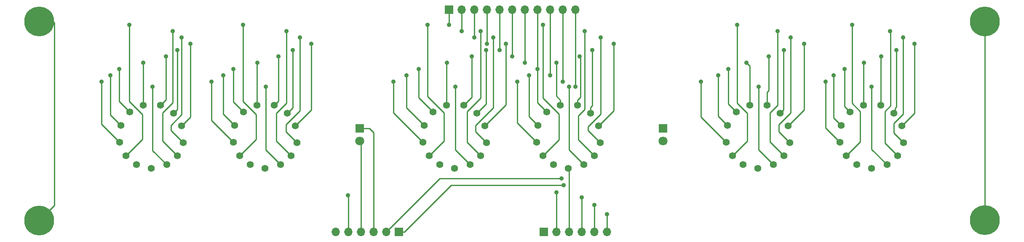
<source format=gtl>
G04 #@! TF.FileFunction,Copper,L1,Top,Signal*
%FSLAX46Y46*%
G04 Gerber Fmt 4.6, Leading zero omitted, Abs format (unit mm)*
G04 Created by KiCad (PCBNEW 4.0.5) date Tuesday, October 10, 2017 'PMt' 05:41:59 PM*
%MOMM*%
%LPD*%
G01*
G04 APERTURE LIST*
%ADD10C,0.100000*%
%ADD11C,6.000000*%
%ADD12R,1.700000X1.700000*%
%ADD13O,1.700000X1.700000*%
%ADD14R,1.800000X1.800000*%
%ADD15C,1.800000*%
%ADD16C,1.408000*%
%ADD17C,0.889000*%
%ADD18C,0.254000*%
G04 APERTURE END LIST*
D10*
D11*
X257886200Y-67208400D03*
X67868800Y-67259200D03*
X67868800Y-107264200D03*
D12*
X150190200Y-64897000D03*
D13*
X152730200Y-64897000D03*
X155270200Y-64897000D03*
X157810200Y-64897000D03*
X160350200Y-64897000D03*
X162890200Y-64897000D03*
X165430200Y-64897000D03*
X167970200Y-64897000D03*
X170510200Y-64897000D03*
X173050200Y-64897000D03*
X175590200Y-64897000D03*
D12*
X169291000Y-109601000D03*
D13*
X171831000Y-109601000D03*
X174371000Y-109601000D03*
X176911000Y-109601000D03*
X179451000Y-109601000D03*
X181991000Y-109601000D03*
D12*
X140144500Y-109601000D03*
D13*
X137604500Y-109601000D03*
X135064500Y-109601000D03*
X132524500Y-109601000D03*
X129984500Y-109601000D03*
X127444500Y-109601000D03*
D14*
X132283200Y-88773000D03*
D15*
X132283200Y-91313000D03*
D14*
X193243200Y-88773000D03*
D15*
X193243200Y-91313000D03*
D16*
X230805200Y-85451000D03*
X233532200Y-84054000D03*
X228803200Y-91567000D03*
X229033200Y-88143000D03*
X239622200Y-85703000D03*
X241242200Y-88234000D03*
X235153200Y-96774000D03*
X240385200Y-94270000D03*
X241546200Y-91604000D03*
X230073200Y-94234000D03*
X238257200Y-96049000D03*
X236975200Y-84084000D03*
X232175200Y-96022000D03*
X207945200Y-85451000D03*
X210672200Y-84054000D03*
X205943200Y-91567000D03*
X206173200Y-88143000D03*
X216762200Y-85703000D03*
X218382200Y-88234000D03*
X212293200Y-96774000D03*
X217525200Y-94270000D03*
X218686200Y-91604000D03*
X207213200Y-94234000D03*
X215397200Y-96049000D03*
X214115200Y-84084000D03*
X209315200Y-96022000D03*
X169845200Y-85451000D03*
X172572200Y-84054000D03*
X167843200Y-91567000D03*
X168073200Y-88143000D03*
X178662200Y-85703000D03*
X180282200Y-88234000D03*
X174193200Y-96774000D03*
X179425200Y-94270000D03*
X180586200Y-91604000D03*
X169113200Y-94234000D03*
X177297200Y-96049000D03*
X176015200Y-84084000D03*
X171215200Y-96022000D03*
X146985200Y-85451000D03*
X149712200Y-84054000D03*
X144983200Y-91567000D03*
X145213200Y-88143000D03*
X155802200Y-85703000D03*
X157422200Y-88234000D03*
X151333200Y-96774000D03*
X156565200Y-94270000D03*
X157726200Y-91604000D03*
X146253200Y-94234000D03*
X154437200Y-96049000D03*
X153155200Y-84084000D03*
X148355200Y-96022000D03*
X108885200Y-85451000D03*
X111612200Y-84054000D03*
X106883200Y-91567000D03*
X107113200Y-88143000D03*
X117702200Y-85703000D03*
X119322200Y-88234000D03*
X113233200Y-96774000D03*
X118465200Y-94270000D03*
X119626200Y-91604000D03*
X108153200Y-94234000D03*
X116337200Y-96049000D03*
X115055200Y-84084000D03*
X110255200Y-96022000D03*
X86025200Y-85451000D03*
X88752200Y-84054000D03*
X84023200Y-91567000D03*
X84253200Y-88143000D03*
X94842200Y-85703000D03*
X96462200Y-88234000D03*
X90373200Y-96774000D03*
X95605200Y-94270000D03*
X96766200Y-91604000D03*
X85293200Y-94234000D03*
X93477200Y-96049000D03*
X92195200Y-84084000D03*
X87395200Y-96022000D03*
D11*
X257886200Y-107213400D03*
D17*
X150190200Y-67945000D03*
X208102200Y-67945000D03*
X169113200Y-67945000D03*
X145872200Y-67945000D03*
X108788200Y-67945000D03*
X231216200Y-67945000D03*
X85928200Y-67945000D03*
X152730200Y-69215000D03*
X238836200Y-69215000D03*
X216230200Y-69215000D03*
X177495200Y-69215000D03*
X156540200Y-69215000D03*
X117551200Y-69215000D03*
X94691200Y-69215000D03*
X155270200Y-70485000D03*
X241503200Y-70485000D03*
X218897200Y-70485000D03*
X180670200Y-70485000D03*
X159080200Y-70485000D03*
X120218200Y-70485000D03*
X96469200Y-70485000D03*
X157810200Y-71755000D03*
X243789200Y-71755000D03*
X221564200Y-71755000D03*
X183337200Y-71755000D03*
X161620200Y-71755000D03*
X122504200Y-71755000D03*
X98247200Y-71755000D03*
X160350200Y-73025000D03*
X240106200Y-73025000D03*
X217500200Y-73025000D03*
X179019200Y-73025000D03*
X157683200Y-73025000D03*
X118821200Y-73025000D03*
X95580200Y-73025000D03*
X162890200Y-74295000D03*
X237058200Y-74295000D03*
X214452200Y-74295000D03*
X176479200Y-74295000D03*
X154762200Y-74295000D03*
X115900200Y-74295000D03*
X93294200Y-74295000D03*
X165430200Y-75565000D03*
X233629200Y-75565000D03*
X210007200Y-75565000D03*
X171780200Y-75565000D03*
X149809200Y-75565000D03*
X111709200Y-75565000D03*
X88722200Y-75565000D03*
X229692200Y-76835000D03*
X206324200Y-76835000D03*
X144094200Y-76835000D03*
X106883200Y-76835000D03*
X83896200Y-76835000D03*
X167970200Y-76835000D03*
X170510200Y-78105000D03*
X227533200Y-78105000D03*
X204292200Y-78105000D03*
X166319200Y-78105000D03*
X141681200Y-78105000D03*
X104851200Y-78105000D03*
X82118200Y-78105000D03*
X173050200Y-79375000D03*
X200863200Y-79375000D03*
X163906200Y-79375000D03*
X139014200Y-79375000D03*
X102438200Y-79375000D03*
X225882200Y-79375000D03*
X80340200Y-79375000D03*
X113360200Y-80391000D03*
X151460200Y-80391000D03*
X174320200Y-80391000D03*
X212420200Y-80391000D03*
X235153200Y-80391000D03*
X90627200Y-80391000D03*
X175590200Y-80391000D03*
X171831000Y-101600000D03*
X176911000Y-102616000D03*
X179451000Y-104140000D03*
X181991000Y-106045000D03*
X173228000Y-100203000D03*
X172847000Y-98806000D03*
X129921000Y-102235000D03*
D18*
X150190200Y-64897000D02*
X150190200Y-67945000D01*
X108788200Y-83312000D02*
X108788200Y-67945000D01*
X111455200Y-85979000D02*
X108788200Y-83312000D01*
X111455200Y-90932000D02*
X111455200Y-85979000D01*
X108153200Y-94234000D02*
X111455200Y-90932000D01*
X208102200Y-83693000D02*
X208102200Y-67945000D01*
X169113200Y-74676000D02*
X169113200Y-67945000D01*
X169113200Y-82677000D02*
X169113200Y-74676000D01*
X145872200Y-75057000D02*
X145872200Y-67945000D01*
X145872200Y-82296000D02*
X145872200Y-75057000D01*
X231216200Y-83693000D02*
X231216200Y-67945000D01*
X232867200Y-85344000D02*
X231216200Y-83693000D01*
X232867200Y-91440000D02*
X232867200Y-85344000D01*
X230073200Y-94234000D02*
X232867200Y-91440000D01*
X210134200Y-85725000D02*
X208102200Y-83693000D01*
X210134200Y-91313000D02*
X210134200Y-85725000D01*
X207213200Y-94234000D02*
X210134200Y-91313000D01*
X172288200Y-85852000D02*
X169113200Y-82677000D01*
X172288200Y-91059000D02*
X172288200Y-85852000D01*
X169113200Y-94234000D02*
X172288200Y-91059000D01*
X149174200Y-85598000D02*
X145872200Y-82296000D01*
X149174200Y-91313000D02*
X149174200Y-85598000D01*
X146253200Y-94234000D02*
X149174200Y-91313000D01*
X85928200Y-83312000D02*
X85928200Y-67945000D01*
X88595200Y-85979000D02*
X85928200Y-83312000D01*
X88595200Y-90932000D02*
X88595200Y-85979000D01*
X87579200Y-91948000D02*
X88595200Y-90932000D01*
X85293200Y-94234000D02*
X87579200Y-91948000D01*
X152730200Y-64897000D02*
X152730200Y-69215000D01*
X238963200Y-84201000D02*
X238963200Y-69342000D01*
X238963200Y-69342000D02*
X238836200Y-69215000D01*
X237820200Y-85344000D02*
X238963200Y-84201000D01*
X237820200Y-91705000D02*
X237820200Y-85344000D01*
X240385200Y-94270000D02*
X237820200Y-91705000D01*
X216230200Y-84074000D02*
X216230200Y-69215000D01*
X214706200Y-85598000D02*
X216230200Y-84074000D01*
X214706200Y-91451000D02*
X214706200Y-85598000D01*
X217525200Y-94270000D02*
X214706200Y-91451000D01*
X177495200Y-84963000D02*
X177495200Y-69215000D01*
X176225200Y-86233000D02*
X177495200Y-84963000D01*
X176225200Y-91070000D02*
X176225200Y-86233000D01*
X179425200Y-94270000D02*
X176225200Y-91070000D01*
X153873200Y-85344000D02*
X156540200Y-82677000D01*
X156540200Y-82677000D02*
X156540200Y-69215000D01*
X153873200Y-91578000D02*
X153873200Y-85344000D01*
X156565200Y-94270000D02*
X153873200Y-91578000D01*
X115519200Y-85725000D02*
X117551200Y-83693000D01*
X117551200Y-83693000D02*
X117551200Y-69215000D01*
X115519200Y-91324000D02*
X115519200Y-85725000D01*
X118465200Y-94270000D02*
X115519200Y-91324000D01*
X94691200Y-78232000D02*
X94691200Y-69215000D01*
X94691200Y-83566000D02*
X94691200Y-78232000D01*
X92659200Y-85598000D02*
X94691200Y-83566000D01*
X92659200Y-91324000D02*
X92659200Y-85598000D01*
X93548200Y-92213000D02*
X92659200Y-91324000D01*
X95605200Y-94270000D02*
X93548200Y-92213000D01*
X155270200Y-64897000D02*
X155270200Y-70485000D01*
X241249200Y-86106000D02*
X241503200Y-85852000D01*
X241503200Y-85852000D02*
X241503200Y-70485000D01*
X239598200Y-87757000D02*
X241249200Y-86106000D01*
X239598200Y-89656000D02*
X239598200Y-87757000D01*
X241546200Y-91604000D02*
X239598200Y-89656000D01*
X216484200Y-88011000D02*
X218897200Y-85598000D01*
X218897200Y-85598000D02*
X218897200Y-70485000D01*
X216484200Y-89402000D02*
X216484200Y-88011000D01*
X218686200Y-91604000D02*
X216484200Y-89402000D01*
X180670200Y-85852000D02*
X180670200Y-70485000D01*
X178130200Y-88392000D02*
X180670200Y-85852000D01*
X178130200Y-89148000D02*
X178130200Y-88392000D01*
X180586200Y-91604000D02*
X178130200Y-89148000D01*
X159080200Y-84582000D02*
X159080200Y-70485000D01*
X158064200Y-85598000D02*
X159080200Y-84582000D01*
X155524200Y-88138000D02*
X158064200Y-85598000D01*
X155524200Y-89402000D02*
X155524200Y-88138000D01*
X157726200Y-91604000D02*
X155524200Y-89402000D01*
X120218200Y-85217000D02*
X120218200Y-70485000D01*
X117424200Y-88011000D02*
X120218200Y-85217000D01*
X117424200Y-89402000D02*
X117424200Y-88011000D01*
X119626200Y-91604000D02*
X117424200Y-89402000D01*
X96469200Y-73279000D02*
X96469200Y-70485000D01*
X96469200Y-85979000D02*
X96469200Y-73279000D01*
X94310200Y-88138000D02*
X96469200Y-85979000D01*
X94310200Y-89148000D02*
X94310200Y-88138000D01*
X96766200Y-91604000D02*
X94310200Y-89148000D01*
X157810200Y-64897000D02*
X157810200Y-71755000D01*
X243789200Y-85687000D02*
X243789200Y-71755000D01*
X241242200Y-88234000D02*
X243789200Y-85687000D01*
X221564200Y-85052000D02*
X221564200Y-71755000D01*
X218382200Y-88234000D02*
X221564200Y-85052000D01*
X183337200Y-85179000D02*
X183337200Y-71755000D01*
X180282200Y-88234000D02*
X183337200Y-85179000D01*
X161620200Y-84036000D02*
X161620200Y-71755000D01*
X157422200Y-88234000D02*
X161620200Y-84036000D01*
X122504200Y-85052000D02*
X122504200Y-71755000D01*
X119322200Y-88234000D02*
X122504200Y-85052000D01*
X98247200Y-86449000D02*
X98247200Y-71755000D01*
X96462200Y-88234000D02*
X98247200Y-86449000D01*
X160350200Y-64897000D02*
X160350200Y-73025000D01*
X240106200Y-84455000D02*
X240106200Y-73025000D01*
X239852200Y-84709000D02*
X240106200Y-84455000D01*
X239852200Y-85473000D02*
X239852200Y-84709000D01*
X239622200Y-85703000D02*
X239852200Y-85473000D01*
X216762200Y-85703000D02*
X217466199Y-84999001D01*
X217466199Y-84999001D02*
X217466199Y-73059001D01*
X217466199Y-73059001D02*
X217500200Y-73025000D01*
X179019200Y-84201000D02*
X179019200Y-73025000D01*
X178662200Y-84558000D02*
X179019200Y-84201000D01*
X178662200Y-85703000D02*
X178662200Y-84558000D01*
X157683200Y-83822000D02*
X157683200Y-73025000D01*
X155802200Y-85703000D02*
X157683200Y-83822000D01*
X118821200Y-84584000D02*
X118821200Y-73025000D01*
X117702200Y-85703000D02*
X118821200Y-84584000D01*
X95580200Y-84965000D02*
X95580200Y-73025000D01*
X94842200Y-85703000D02*
X95580200Y-84965000D01*
X162890200Y-64897000D02*
X162890200Y-74295000D01*
X236975200Y-84084000D02*
X236975200Y-74378000D01*
X236975200Y-74378000D02*
X237058200Y-74295000D01*
X214115200Y-81490000D02*
X214452200Y-81153000D01*
X214452200Y-81153000D02*
X214452200Y-74295000D01*
X214115200Y-84084000D02*
X214115200Y-81490000D01*
X176606200Y-82497394D02*
X176606200Y-74422000D01*
X176606200Y-74422000D02*
X176479200Y-74295000D01*
X176015200Y-84084000D02*
X176015200Y-83088394D01*
X176015200Y-83088394D02*
X176606200Y-82497394D01*
X154762200Y-82477000D02*
X154762200Y-74295000D01*
X153155200Y-84084000D02*
X154762200Y-82477000D01*
X115900200Y-83239000D02*
X115900200Y-74295000D01*
X115055200Y-84084000D02*
X115900200Y-83239000D01*
X93294200Y-82985000D02*
X93294200Y-74295000D01*
X92195200Y-84084000D02*
X93294200Y-82985000D01*
X88752200Y-84054000D02*
X88752200Y-75595000D01*
X88752200Y-75595000D02*
X88722200Y-75565000D01*
X165430200Y-64897000D02*
X165430200Y-75565000D01*
X233532200Y-84054000D02*
X233532200Y-75662000D01*
X233532200Y-75662000D02*
X233629200Y-75565000D01*
X210672200Y-84054000D02*
X210672200Y-76230000D01*
X210672200Y-76230000D02*
X210007200Y-75565000D01*
X171780200Y-82266394D02*
X171780200Y-75565000D01*
X172572200Y-84054000D02*
X172572200Y-83058394D01*
X172572200Y-83058394D02*
X171780200Y-82266394D01*
X149712200Y-84054000D02*
X149712200Y-75662000D01*
X149712200Y-75662000D02*
X149809200Y-75565000D01*
X111612200Y-84054000D02*
X111612200Y-75662000D01*
X111612200Y-75662000D02*
X111709200Y-75565000D01*
X167970200Y-64897000D02*
X167970200Y-66099081D01*
X167970200Y-66099081D02*
X167970200Y-76835000D01*
X230805200Y-85451000D02*
X229692200Y-84338000D01*
X229692200Y-84338000D02*
X229692200Y-76835000D01*
X207945200Y-85451000D02*
X206324200Y-83830000D01*
X206324200Y-83830000D02*
X206324200Y-76835000D01*
X169845200Y-85451000D02*
X167970200Y-83576000D01*
X167970200Y-83576000D02*
X167970200Y-76835000D01*
X144094200Y-82560000D02*
X144094200Y-76835000D01*
X146985200Y-85451000D02*
X144094200Y-82560000D01*
X106883200Y-83449000D02*
X106883200Y-76835000D01*
X108885200Y-85451000D02*
X106883200Y-83449000D01*
X83896200Y-83322000D02*
X83896200Y-76835000D01*
X86025200Y-85451000D02*
X83896200Y-83322000D01*
X170510200Y-78105000D02*
X170510200Y-64897000D01*
X229033200Y-88143000D02*
X227533200Y-86643000D01*
X227533200Y-86643000D02*
X227533200Y-78105000D01*
X206173200Y-88143000D02*
X204292200Y-86262000D01*
X204292200Y-86262000D02*
X204292200Y-78105000D01*
X168073200Y-88143000D02*
X166319200Y-86389000D01*
X166319200Y-86389000D02*
X166319200Y-78105000D01*
X145213200Y-88143000D02*
X141681200Y-84611000D01*
X141681200Y-84611000D02*
X141681200Y-78105000D01*
X107113200Y-88143000D02*
X104851200Y-85881000D01*
X104851200Y-85881000D02*
X104851200Y-78105000D01*
X84253200Y-88143000D02*
X82118200Y-86008000D01*
X82118200Y-86008000D02*
X82118200Y-78105000D01*
X80340200Y-87884000D02*
X80340200Y-79375000D01*
X173050200Y-64897000D02*
X173050200Y-79375000D01*
X205943200Y-91567000D02*
X200863200Y-86487000D01*
X200863200Y-86487000D02*
X200863200Y-84438802D01*
X200863200Y-84438802D02*
X200863200Y-79375000D01*
X163906200Y-85581802D02*
X163906200Y-79375000D01*
X167843200Y-91567000D02*
X163906200Y-87630000D01*
X163906200Y-87630000D02*
X163906200Y-85581802D01*
X144983200Y-91567000D02*
X139014200Y-85598000D01*
X139014200Y-85598000D02*
X139014200Y-79375000D01*
X106883200Y-91567000D02*
X102438200Y-87122000D01*
X102438200Y-87122000D02*
X102438200Y-85073802D01*
X102438200Y-85073802D02*
X102438200Y-79375000D01*
X225882200Y-79375000D02*
X225882200Y-88646000D01*
X225882200Y-88646000D02*
X228803200Y-91567000D01*
X84023200Y-91567000D02*
X80340200Y-87884000D01*
X113360200Y-93072000D02*
X113360200Y-80391000D01*
X116337200Y-96049000D02*
X113360200Y-93072000D01*
X151460200Y-81915000D02*
X151460200Y-80391000D01*
X151460200Y-93072000D02*
X151460200Y-81915000D01*
X154437200Y-96049000D02*
X151460200Y-93072000D01*
X174320200Y-93072000D02*
X174320200Y-80391000D01*
X177297200Y-96049000D02*
X174320200Y-93072000D01*
X212420200Y-93072000D02*
X212420200Y-80391000D01*
X215397200Y-96049000D02*
X212420200Y-93072000D01*
X235153200Y-80391000D02*
X235153200Y-92945000D01*
X235153200Y-92945000D02*
X238257200Y-96049000D01*
X90627200Y-93199000D02*
X90627200Y-80391000D01*
X93477200Y-96049000D02*
X90627200Y-93199000D01*
X175590200Y-64897000D02*
X175590200Y-80391000D01*
X171831000Y-101600000D02*
X171831000Y-102616000D01*
X171831000Y-102616000D02*
X171831000Y-109601000D01*
X174371000Y-109601000D02*
X174371000Y-96951800D01*
X174371000Y-96951800D02*
X174193200Y-96774000D01*
X176911000Y-109601000D02*
X176911000Y-102616000D01*
X179451000Y-109601000D02*
X179451000Y-104140000D01*
X181991000Y-109601000D02*
X181991000Y-106045000D01*
X140144500Y-109601000D02*
X141248500Y-109601000D01*
X141248500Y-109601000D02*
X150646500Y-100203000D01*
X150646500Y-100203000D02*
X173228000Y-100203000D01*
X172847000Y-98806000D02*
X148399500Y-98806000D01*
X148399500Y-98806000D02*
X137604500Y-109601000D01*
X135064500Y-89598500D02*
X134239000Y-88773000D01*
X134239000Y-88773000D02*
X132283200Y-88773000D01*
X135064500Y-109601000D02*
X135064500Y-89598500D01*
X132524500Y-109601000D02*
X132524500Y-91554300D01*
X132524500Y-91554300D02*
X132283200Y-91313000D01*
X67868800Y-107264200D02*
X70868799Y-104264201D01*
X70868799Y-104264201D02*
X70868799Y-67526117D01*
X70868799Y-67526117D02*
X68771681Y-65428999D01*
X68771681Y-65428999D02*
X67868800Y-65428999D01*
X68771681Y-105433999D02*
X67868800Y-105433999D01*
X257886200Y-67208400D02*
X257886200Y-105383199D01*
X129984500Y-109601000D02*
X129984500Y-102298500D01*
X129984500Y-102298500D02*
X129921000Y-102235000D01*
M02*

</source>
